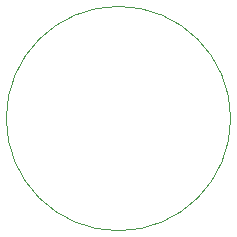
<source format=gbr>
%TF.GenerationSoftware,KiCad,Pcbnew,9.0.1*%
%TF.CreationDate,2025-08-08T13:51:02+02:00*%
%TF.ProjectId,remote,72656d6f-7465-42e6-9b69-6361645f7063,rev?*%
%TF.SameCoordinates,Original*%
%TF.FileFunction,Legend,Bot*%
%TF.FilePolarity,Positive*%
%FSLAX46Y46*%
G04 Gerber Fmt 4.6, Leading zero omitted, Abs format (unit mm)*
G04 Created by KiCad (PCBNEW 9.0.1) date 2025-08-08 13:51:02*
%MOMM*%
%LPD*%
G01*
G04 APERTURE LIST*
%ADD10C,0.100000*%
G04 APERTURE END LIST*
D10*
%TO.C,BT1*%
X131150000Y-111650000D02*
G75*
G02*
X112150000Y-111650000I-9500000J0D01*
G01*
X112150000Y-111650000D02*
G75*
G02*
X131150000Y-111650000I9500000J0D01*
G01*
%TD*%
M02*

</source>
